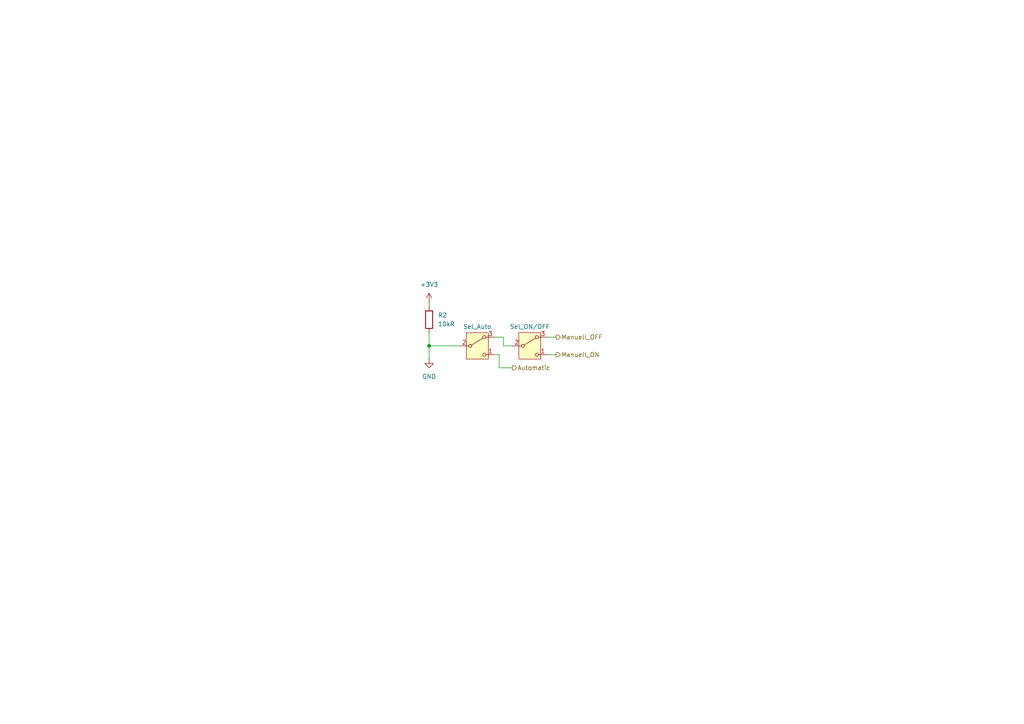
<source format=kicad_sch>
(kicad_sch (version 20231120) (generator "eeschema") (generator_version "8.0")
  (paper "A4")
  (title_block (title "Select Schematic ") (date "2025-01-14") (rev "1") (company "Bulme"))
  (lib_symbols
    (symbol "Device:R" (pin_numbers hide) (pin_names (offset 0))
      (property "Reference" "R" (at 2.032 0 90))
      (property "Value" "R" (at 0 0 90))
      (symbol "R_0_1"
        (rectangle (start -1.016 -2.54) (end 1.016 2.54) (stroke (width 0.254)))
      )
      (symbol "R_1_1"
        (pin passive line (at 0 3.81 270) (length 1.27) (name "~") (number "1"))
        (pin passive line (at 0 -3.81 90) (length 1.27) (name "~") (number "2"))
      )
    )
    (symbol "Switch:SW_Nidec_CAS-120A1" (pin_names (offset 1) hide)
      (property "Reference" "SW" (at 0 4.318 0))
      (property "Value" "SW_Nidec_CAS-120A1" (at 0 -5.08 0))
      (symbol "SW_Nidec_CAS-120A1_0_1"
        (circle (center -2.032 0) (radius 0.4572))
        (polyline (pts (xy -1.651 0.254) (xy 1.651 2.286)))
        (circle (center 2.032 -2.54) (radius 0.4572))
        (circle (center 2.032 2.54) (radius 0.4572))
      )
      (symbol "SW_Nidec_CAS-120A1_1_1"
        (rectangle (start -3.175 3.81) (end 3.175 -3.81) (fill (type background)))
        (pin passive line (at 5.08 -2.54 180) (length 2.54) (name "C") (number "1"))
        (pin passive line (at -5.08 0 0) (length 2.54) (name "B") (number "2"))
        (pin passive line (at 5.08 2.54 180) (length 2.54) (name "A") (number "3"))
      )
    )
    (symbol "power:+3V3" (power) (pin_numbers hide) (pin_names (offset 0) hide)
      (property "Value" "+3V3" (at 0 3.556 0))
      (symbol "+3V3_0_1"
        (polyline (pts (xy -0.762 1.27) (xy 0 2.54)))
        (polyline (pts (xy 0 0) (xy 0 2.54)))
        (polyline (pts (xy 0 2.54) (xy 0.762 1.27)))
      )
      (symbol "+3V3_1_1"
        (pin power_in line (at 0 0 90) (length 0) (name "~") (number "1"))
      )
    )
    (symbol "power:GND" (power) (pin_numbers hide) (pin_names (offset 0) hide)
      (property "Value" "GND" (at 0 -3.81 0))
      (symbol "GND_0_1"
        (polyline (pts (xy 0 0) (xy 0 -1.27) (xy 1.27 -1.27) (xy 0 -2.54) (xy -1.27 -1.27) (xy 0 -1.27)))
      )
      (symbol "GND_1_1"
        (pin power_in line (at 0 0 270) (length 0) (name "~") (number "1"))
      )
    )
  )
  (junction (at 124.46 100.33))
  (wire (pts (xy 146.05 100.33) (xy 148.59 100.33)))
  (wire (pts (xy 158.75 97.79) (xy 161.29 97.79)))
  (wire (pts (xy 124.46 96.52) (xy 124.46 100.33)))
  (wire (pts (xy 144.78 106.68) (xy 148.59 106.68)))
  (wire (pts (xy 158.75 102.87) (xy 161.29 102.87)))
  (wire (pts (xy 143.51 97.79) (xy 146.05 97.79)))
  (wire (pts (xy 144.78 102.87) (xy 144.78 106.68)))
  (wire (pts (xy 124.46 100.33) (xy 124.46 104.14)))
  (wire (pts (xy 124.46 87.63) (xy 124.46 88.9)))
  (wire (pts (xy 146.05 97.79) (xy 146.05 100.33)))
  (wire (pts (xy 143.51 102.87) (xy 144.78 102.87)))
  (wire (pts (xy 124.46 100.33) (xy 133.35 100.33)))
  (hierarchical_label "Manuell_ON" (shape output) (at 161.29 102.87 0))
  (hierarchical_label "Automatic" (shape output) (at 148.59 106.68 0))
  (hierarchical_label "Manuell_OFF" (shape output) (at 161.29 97.79 0))
  (symbol (lib_id "power:+3V3") (at 124.46 87.63 0) (unit 1)
    (property "Reference" "#PWR017" (effects (hide yes)))
    (property "Value" "+3V3" (at 124.46 82.55 0))
    (property "Description" "Power symbol creates a global label with name \"+3V3\"" (effects (hide yes)))
  )
  (symbol (lib_id "Device:R") (at 124.46 92.71 0) (unit 1)
    (property "Reference" "R2" (at 127 91.4399 0) (effects (justify left)))
    (property "Value" "10kR" (at 127 93.9799 0) (effects (justify left)))
    (property "Footprint" "Resistor_SMD:R_1206_3216Metric" (effects (hide yes)))
    (property "Description" "Resistor" (effects (hide yes)))
  )
  (symbol (lib_id "Switch:SW_Nidec_CAS-120A1") (at 153.67 100.33 0) (unit 1)
    (property "Reference" "Sel_ON/OFF" (at 153.67 94.742 0))
    (property "Value" "SW_Nidec_CAS-120A1" (effects (hide yes)))
    (instances (project "KNX_BOH" (path "" (reference "Sel_ON/OFF") (unit 1)) (path "" (reference "Sel_ON/OFF1") (unit 1))))
  )
  (symbol (lib_id "power:GND") (at 124.46 104.14 0) (unit 1)
    (property "Reference" "#PWR018" (effects (hide yes)))
    (property "Value" "GND" (at 124.46 109.22 0))
    (property "Description" "Power symbol creates a global label with name \"GND\" , ground" (effects (hide yes)))
    (instances (project "KNX_BOH" (path "" (reference "#PWR018") (unit 1)) (path "" (reference "#PWR020") (unit 1))))
  )
  (symbol (lib_id "Switch:SW_Nidec_CAS-120A1") (at 138.43 100.33 0) (unit 1)
    (property "Reference" "Sel_Auto" (at 138.43 94.742 0))
    (property "Value" "SW_Nidec_CAS-120A1" (effects (hide yes)))
    (instances (project "KNX_BOH" (path "" (reference "Sel_Auto") (unit 1)) (path "" (reference "Sel_Auto1") (unit 1))))
  )
)
</source>
